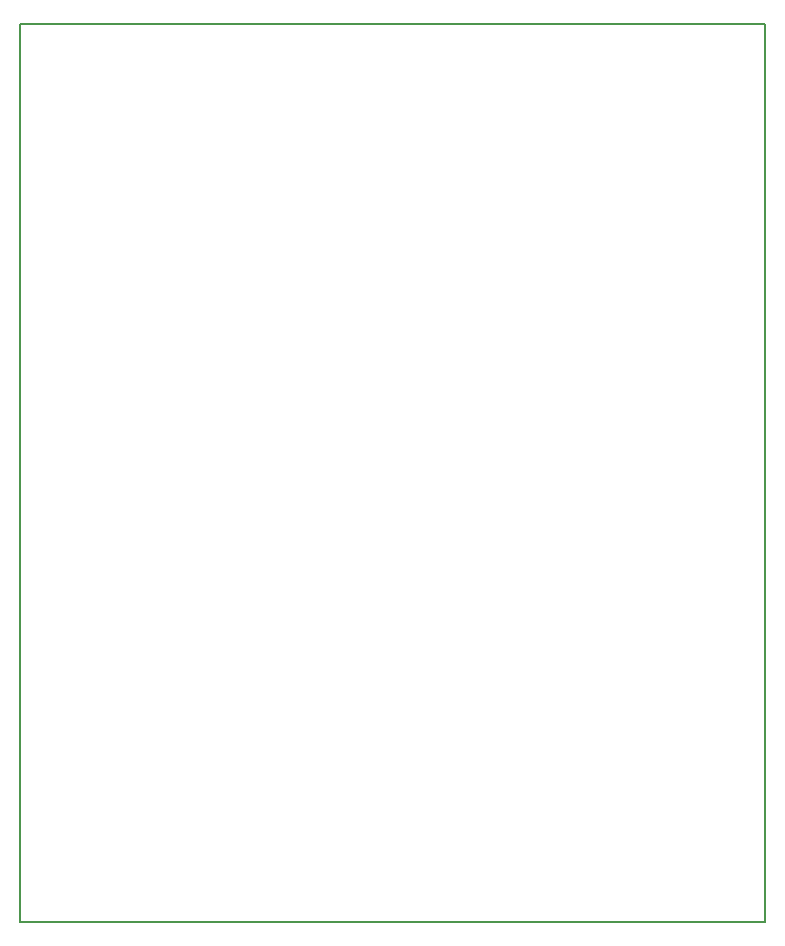
<source format=gbr>
G04 #@! TF.GenerationSoftware,KiCad,Pcbnew,(5.0.1)-rc2*
G04 #@! TF.CreationDate,2019-01-13T23:04:29-05:00*
G04 #@! TF.ProjectId,mixer,6D697865722E6B696361645F70636200,rev?*
G04 #@! TF.SameCoordinates,Original*
G04 #@! TF.FileFunction,Profile,NP*
%FSLAX46Y46*%
G04 Gerber Fmt 4.6, Leading zero omitted, Abs format (unit mm)*
G04 Created by KiCad (PCBNEW (5.0.1)-rc2) date 1/13/2019 11:04:29 PM*
%MOMM*%
%LPD*%
G01*
G04 APERTURE LIST*
%ADD10C,0.200000*%
G04 APERTURE END LIST*
D10*
X98044000Y-114173000D02*
X98044000Y-38100000D01*
X161163000Y-114173000D02*
X98044000Y-114173000D01*
X161163000Y-38100000D02*
X161163000Y-114173000D01*
X98044000Y-38100000D02*
X161163000Y-38100000D01*
M02*

</source>
